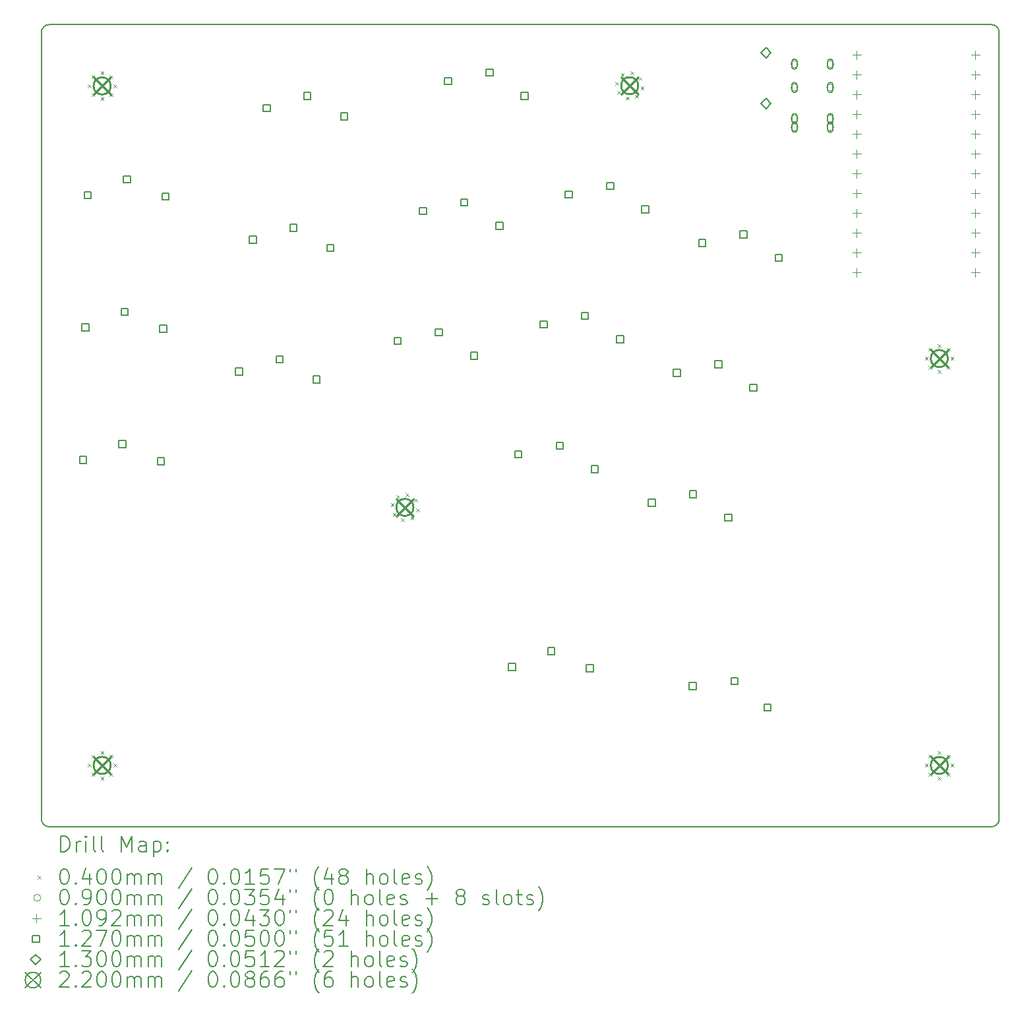
<source format=gbr>
%FSLAX45Y45*%
G04 Gerber Fmt 4.5, Leading zero omitted, Abs format (unit mm)*
G04 Created by KiCad (PCBNEW (6.0.2)) date 2022-04-07 21:27:43*
%MOMM*%
%LPD*%
G01*
G04 APERTURE LIST*
%TA.AperFunction,Profile*%
%ADD10C,0.150000*%
%TD*%
%ADD11C,0.200000*%
%ADD12C,0.040000*%
%ADD13C,0.090000*%
%ADD14C,0.109220*%
%ADD15C,0.127000*%
%ADD16C,0.130000*%
%ADD17C,0.220000*%
G04 APERTURE END LIST*
D10*
X14489236Y-20497154D02*
G75*
G03*
X14589236Y-20597154I100000J0D01*
G01*
X14589236Y-10297154D02*
G75*
G03*
X14489236Y-10397154I0J-100000D01*
G01*
X26689236Y-10297154D02*
X14589236Y-10297154D01*
X14489236Y-10397154D02*
X14489236Y-20497154D01*
X14589236Y-20597154D02*
X26689236Y-20597154D01*
X26789236Y-10397154D02*
G75*
G03*
X26689236Y-10297154I-100000J0D01*
G01*
X26689236Y-20597154D02*
G75*
G03*
X26789236Y-20497154I0J100000D01*
G01*
X26789236Y-20497154D02*
X26789236Y-10397154D01*
D11*
D12*
X15085026Y-11063673D02*
X15125026Y-11103673D01*
X15125026Y-11063673D02*
X15085026Y-11103673D01*
X15085026Y-19788673D02*
X15125026Y-19828673D01*
X15125026Y-19788673D02*
X15085026Y-19828673D01*
X15133353Y-10947001D02*
X15173353Y-10987001D01*
X15173353Y-10947001D02*
X15133353Y-10987001D01*
X15133353Y-11180346D02*
X15173353Y-11220346D01*
X15173353Y-11180346D02*
X15133353Y-11220346D01*
X15133353Y-19672001D02*
X15173353Y-19712001D01*
X15173353Y-19672001D02*
X15133353Y-19712001D01*
X15133353Y-19905346D02*
X15173353Y-19945346D01*
X15173353Y-19905346D02*
X15133353Y-19945346D01*
X15250026Y-10898673D02*
X15290026Y-10938673D01*
X15290026Y-10898673D02*
X15250026Y-10938673D01*
X15250026Y-11228673D02*
X15290026Y-11268673D01*
X15290026Y-11228673D02*
X15250026Y-11268673D01*
X15250026Y-19623673D02*
X15290026Y-19663673D01*
X15290026Y-19623673D02*
X15250026Y-19663673D01*
X15250026Y-19953673D02*
X15290026Y-19993673D01*
X15290026Y-19953673D02*
X15250026Y-19993673D01*
X15366698Y-10947001D02*
X15406698Y-10987001D01*
X15406698Y-10947001D02*
X15366698Y-10987001D01*
X15366698Y-11180346D02*
X15406698Y-11220346D01*
X15406698Y-11180346D02*
X15366698Y-11220346D01*
X15366698Y-19672001D02*
X15406698Y-19712001D01*
X15406698Y-19672001D02*
X15366698Y-19712001D01*
X15366698Y-19905346D02*
X15406698Y-19945346D01*
X15406698Y-19905346D02*
X15366698Y-19945346D01*
X15415026Y-11063673D02*
X15455026Y-11103673D01*
X15455026Y-11063673D02*
X15415026Y-11103673D01*
X15415026Y-19788673D02*
X15455026Y-19828673D01*
X15455026Y-19788673D02*
X15415026Y-19828673D01*
X18975595Y-16444411D02*
X19015595Y-16484411D01*
X19015595Y-16444411D02*
X18975595Y-16484411D01*
X19000772Y-16568161D02*
X19040772Y-16608161D01*
X19040772Y-16568161D02*
X19000772Y-16608161D01*
X19045297Y-16339103D02*
X19085297Y-16379103D01*
X19085297Y-16339103D02*
X19045297Y-16379103D01*
X19106080Y-16637863D02*
X19146080Y-16677863D01*
X19146080Y-16637863D02*
X19106080Y-16677863D01*
X19169047Y-16313926D02*
X19209047Y-16353926D01*
X19209047Y-16313926D02*
X19169047Y-16353926D01*
X19229830Y-16612686D02*
X19269830Y-16652686D01*
X19269830Y-16612686D02*
X19229830Y-16652686D01*
X19274355Y-16383628D02*
X19314355Y-16423628D01*
X19314355Y-16383628D02*
X19274355Y-16423628D01*
X19299532Y-16507378D02*
X19339532Y-16547378D01*
X19339532Y-16507378D02*
X19299532Y-16547378D01*
X21861937Y-11028988D02*
X21901937Y-11068988D01*
X21901937Y-11028988D02*
X21861937Y-11068988D01*
X21887114Y-11152738D02*
X21927114Y-11192738D01*
X21927114Y-11152738D02*
X21887114Y-11192738D01*
X21931638Y-10923680D02*
X21971638Y-10963680D01*
X21971638Y-10923680D02*
X21931638Y-10963680D01*
X21992422Y-11222440D02*
X22032422Y-11262440D01*
X22032422Y-11222440D02*
X21992422Y-11262440D01*
X22055389Y-10898503D02*
X22095389Y-10938503D01*
X22095389Y-10898503D02*
X22055389Y-10938503D01*
X22116172Y-11197263D02*
X22156172Y-11237263D01*
X22156172Y-11197263D02*
X22116172Y-11237263D01*
X22160696Y-10968205D02*
X22200696Y-11008205D01*
X22200696Y-10968205D02*
X22160696Y-11008205D01*
X22185874Y-11091955D02*
X22225874Y-11131955D01*
X22225874Y-11091955D02*
X22185874Y-11131955D01*
X25835026Y-14563673D02*
X25875026Y-14603673D01*
X25875026Y-14563673D02*
X25835026Y-14603673D01*
X25835026Y-19788673D02*
X25875026Y-19828673D01*
X25875026Y-19788673D02*
X25835026Y-19828673D01*
X25883353Y-14447001D02*
X25923353Y-14487001D01*
X25923353Y-14447001D02*
X25883353Y-14487001D01*
X25883353Y-14680346D02*
X25923353Y-14720346D01*
X25923353Y-14680346D02*
X25883353Y-14720346D01*
X25883353Y-19672001D02*
X25923353Y-19712001D01*
X25923353Y-19672001D02*
X25883353Y-19712001D01*
X25883353Y-19905346D02*
X25923353Y-19945346D01*
X25923353Y-19905346D02*
X25883353Y-19945346D01*
X26000026Y-14398673D02*
X26040026Y-14438673D01*
X26040026Y-14398673D02*
X26000026Y-14438673D01*
X26000026Y-14728673D02*
X26040026Y-14768673D01*
X26040026Y-14728673D02*
X26000026Y-14768673D01*
X26000026Y-19623673D02*
X26040026Y-19663673D01*
X26040026Y-19623673D02*
X26000026Y-19663673D01*
X26000026Y-19953673D02*
X26040026Y-19993673D01*
X26040026Y-19953673D02*
X26000026Y-19993673D01*
X26116698Y-14447001D02*
X26156698Y-14487001D01*
X26156698Y-14447001D02*
X26116698Y-14487001D01*
X26116698Y-14680346D02*
X26156698Y-14720346D01*
X26156698Y-14680346D02*
X26116698Y-14720346D01*
X26116698Y-19672001D02*
X26156698Y-19712001D01*
X26156698Y-19672001D02*
X26116698Y-19712001D01*
X26116698Y-19905346D02*
X26156698Y-19945346D01*
X26156698Y-19905346D02*
X26116698Y-19945346D01*
X26165026Y-14563673D02*
X26205026Y-14603673D01*
X26205026Y-14563673D02*
X26165026Y-14603673D01*
X26165026Y-19788673D02*
X26205026Y-19828673D01*
X26205026Y-19788673D02*
X26165026Y-19828673D01*
D13*
X24205026Y-10803673D02*
G75*
G03*
X24205026Y-10803673I-45000J0D01*
G01*
D11*
X24125026Y-10773673D02*
X24125026Y-10833673D01*
X24195026Y-10773673D02*
X24195026Y-10833673D01*
X24125026Y-10833673D02*
G75*
G03*
X24195026Y-10833673I35000J0D01*
G01*
X24195026Y-10773673D02*
G75*
G03*
X24125026Y-10773673I-35000J0D01*
G01*
D13*
X24205026Y-11103673D02*
G75*
G03*
X24205026Y-11103673I-45000J0D01*
G01*
D11*
X24125026Y-11073673D02*
X24125026Y-11133673D01*
X24195026Y-11073673D02*
X24195026Y-11133673D01*
X24125026Y-11133673D02*
G75*
G03*
X24195026Y-11133673I35000J0D01*
G01*
X24195026Y-11073673D02*
G75*
G03*
X24125026Y-11073673I-35000J0D01*
G01*
D13*
X24205026Y-11503673D02*
G75*
G03*
X24205026Y-11503673I-45000J0D01*
G01*
D11*
X24125026Y-11473673D02*
X24125026Y-11533673D01*
X24195026Y-11473673D02*
X24195026Y-11533673D01*
X24125026Y-11533673D02*
G75*
G03*
X24195026Y-11533673I35000J0D01*
G01*
X24195026Y-11473673D02*
G75*
G03*
X24125026Y-11473673I-35000J0D01*
G01*
D13*
X24205026Y-11613673D02*
G75*
G03*
X24205026Y-11613673I-45000J0D01*
G01*
D11*
X24125026Y-11583673D02*
X24125026Y-11643673D01*
X24195026Y-11583673D02*
X24195026Y-11643673D01*
X24125026Y-11643673D02*
G75*
G03*
X24195026Y-11643673I35000J0D01*
G01*
X24195026Y-11583673D02*
G75*
G03*
X24125026Y-11583673I-35000J0D01*
G01*
D13*
X24665026Y-10803673D02*
G75*
G03*
X24665026Y-10803673I-45000J0D01*
G01*
D11*
X24585026Y-10773673D02*
X24585026Y-10833673D01*
X24655026Y-10773673D02*
X24655026Y-10833673D01*
X24585026Y-10833673D02*
G75*
G03*
X24655026Y-10833673I35000J0D01*
G01*
X24655026Y-10773673D02*
G75*
G03*
X24585026Y-10773673I-35000J0D01*
G01*
D13*
X24665026Y-11103673D02*
G75*
G03*
X24665026Y-11103673I-45000J0D01*
G01*
D11*
X24585026Y-11073673D02*
X24585026Y-11133673D01*
X24655026Y-11073673D02*
X24655026Y-11133673D01*
X24585026Y-11133673D02*
G75*
G03*
X24655026Y-11133673I35000J0D01*
G01*
X24655026Y-11073673D02*
G75*
G03*
X24585026Y-11073673I-35000J0D01*
G01*
D13*
X24665026Y-11503673D02*
G75*
G03*
X24665026Y-11503673I-45000J0D01*
G01*
D11*
X24585026Y-11473673D02*
X24585026Y-11533673D01*
X24655026Y-11473673D02*
X24655026Y-11533673D01*
X24585026Y-11533673D02*
G75*
G03*
X24655026Y-11533673I35000J0D01*
G01*
X24655026Y-11473673D02*
G75*
G03*
X24585026Y-11473673I-35000J0D01*
G01*
D13*
X24665026Y-11613673D02*
G75*
G03*
X24665026Y-11613673I-45000J0D01*
G01*
D11*
X24585026Y-11583673D02*
X24585026Y-11643673D01*
X24655026Y-11583673D02*
X24655026Y-11643673D01*
X24585026Y-11643673D02*
G75*
G03*
X24655026Y-11643673I35000J0D01*
G01*
X24655026Y-11583673D02*
G75*
G03*
X24585026Y-11583673I-35000J0D01*
G01*
D14*
X24958026Y-10632063D02*
X24958026Y-10741283D01*
X24903416Y-10686673D02*
X25012636Y-10686673D01*
X24958026Y-10886063D02*
X24958026Y-10995283D01*
X24903416Y-10940673D02*
X25012636Y-10940673D01*
X24958026Y-11140063D02*
X24958026Y-11249283D01*
X24903416Y-11194673D02*
X25012636Y-11194673D01*
X24958026Y-11394063D02*
X24958026Y-11503283D01*
X24903416Y-11448673D02*
X25012636Y-11448673D01*
X24958026Y-11648063D02*
X24958026Y-11757283D01*
X24903416Y-11702673D02*
X25012636Y-11702673D01*
X24958026Y-11902063D02*
X24958026Y-12011283D01*
X24903416Y-11956673D02*
X25012636Y-11956673D01*
X24958026Y-12156063D02*
X24958026Y-12265283D01*
X24903416Y-12210673D02*
X25012636Y-12210673D01*
X24958026Y-12410063D02*
X24958026Y-12519283D01*
X24903416Y-12464673D02*
X25012636Y-12464673D01*
X24958026Y-12664063D02*
X24958026Y-12773283D01*
X24903416Y-12718673D02*
X25012636Y-12718673D01*
X24958026Y-12918063D02*
X24958026Y-13027283D01*
X24903416Y-12972673D02*
X25012636Y-12972673D01*
X24958026Y-13172063D02*
X24958026Y-13281283D01*
X24903416Y-13226673D02*
X25012636Y-13226673D01*
X24958026Y-13426063D02*
X24958026Y-13535283D01*
X24903416Y-13480673D02*
X25012636Y-13480673D01*
X26482026Y-10632063D02*
X26482026Y-10741283D01*
X26427416Y-10686673D02*
X26536636Y-10686673D01*
X26482026Y-10886063D02*
X26482026Y-10995283D01*
X26427416Y-10940673D02*
X26536636Y-10940673D01*
X26482026Y-11140063D02*
X26482026Y-11249283D01*
X26427416Y-11194673D02*
X26536636Y-11194673D01*
X26482026Y-11394063D02*
X26482026Y-11503283D01*
X26427416Y-11448673D02*
X26536636Y-11448673D01*
X26482026Y-11648063D02*
X26482026Y-11757283D01*
X26427416Y-11702673D02*
X26536636Y-11702673D01*
X26482026Y-11902063D02*
X26482026Y-12011283D01*
X26427416Y-11956673D02*
X26536636Y-11956673D01*
X26482026Y-12156063D02*
X26482026Y-12265283D01*
X26427416Y-12210673D02*
X26536636Y-12210673D01*
X26482026Y-12410063D02*
X26482026Y-12519283D01*
X26427416Y-12464673D02*
X26536636Y-12464673D01*
X26482026Y-12664063D02*
X26482026Y-12773283D01*
X26427416Y-12718673D02*
X26536636Y-12718673D01*
X26482026Y-12918063D02*
X26482026Y-13027283D01*
X26427416Y-12972673D02*
X26536636Y-12972673D01*
X26482026Y-13172063D02*
X26482026Y-13281283D01*
X26427416Y-13226673D02*
X26536636Y-13226673D01*
X26482026Y-13426063D02*
X26482026Y-13535283D01*
X26427416Y-13480673D02*
X26536636Y-13480673D01*
D15*
X15069965Y-15929544D02*
X15069965Y-15839741D01*
X14980161Y-15839741D01*
X14980161Y-15929544D01*
X15069965Y-15929544D01*
X15099634Y-14229803D02*
X15099634Y-14140000D01*
X15009831Y-14140000D01*
X15009831Y-14229803D01*
X15099634Y-14229803D01*
X15129303Y-12530062D02*
X15129303Y-12440259D01*
X15039500Y-12440259D01*
X15039500Y-12530062D01*
X15129303Y-12530062D01*
X15573554Y-15728303D02*
X15573554Y-15638499D01*
X15483750Y-15638499D01*
X15483750Y-15728303D01*
X15573554Y-15728303D01*
X15603223Y-14028562D02*
X15603223Y-13938758D01*
X15513419Y-13938758D01*
X15513419Y-14028562D01*
X15603223Y-14028562D01*
X15632892Y-12328821D02*
X15632892Y-12239017D01*
X15543088Y-12239017D01*
X15543088Y-12328821D01*
X15632892Y-12328821D01*
X16069813Y-15946997D02*
X16069813Y-15857193D01*
X15980009Y-15857193D01*
X15980009Y-15946997D01*
X16069813Y-15946997D01*
X16099482Y-14247256D02*
X16099482Y-14157452D01*
X16009678Y-14157452D01*
X16009678Y-14247256D01*
X16099482Y-14247256D01*
X16129151Y-12547515D02*
X16129151Y-12457711D01*
X16039347Y-12457711D01*
X16039347Y-12547515D01*
X16129151Y-12547515D01*
X17073251Y-14795338D02*
X17073251Y-14705534D01*
X16983448Y-14705534D01*
X16983448Y-14795338D01*
X17073251Y-14795338D01*
X17250950Y-13104650D02*
X17250950Y-13014847D01*
X17161146Y-13014847D01*
X17161146Y-13104650D01*
X17250950Y-13104650D01*
X17428648Y-11413963D02*
X17428648Y-11324160D01*
X17338845Y-11324160D01*
X17338845Y-11413963D01*
X17428648Y-11413963D01*
X17592463Y-14638752D02*
X17592463Y-14548949D01*
X17502660Y-14548949D01*
X17502660Y-14638752D01*
X17592463Y-14638752D01*
X17770162Y-12948065D02*
X17770162Y-12858262D01*
X17680358Y-12858262D01*
X17680358Y-12948065D01*
X17770162Y-12948065D01*
X17947860Y-11257378D02*
X17947860Y-11167575D01*
X17858057Y-11167575D01*
X17858057Y-11257378D01*
X17947860Y-11257378D01*
X18067773Y-14899866D02*
X18067773Y-14810063D01*
X17977970Y-14810063D01*
X17977970Y-14899866D01*
X18067773Y-14899866D01*
X18245472Y-13209179D02*
X18245472Y-13119376D01*
X18155668Y-13119376D01*
X18155668Y-13209179D01*
X18245472Y-13209179D01*
X18423170Y-11518492D02*
X18423170Y-11428688D01*
X18333367Y-11428688D01*
X18333367Y-11518492D01*
X18423170Y-11518492D01*
X19108534Y-14403607D02*
X19108534Y-14313804D01*
X19018731Y-14313804D01*
X19018731Y-14403607D01*
X19108534Y-14403607D01*
X19432910Y-12734841D02*
X19432910Y-12645038D01*
X19343106Y-12645038D01*
X19343106Y-12734841D01*
X19432910Y-12734841D01*
X19639418Y-14292870D02*
X19639418Y-14203067D01*
X19549614Y-14203067D01*
X19549614Y-14292870D01*
X19639418Y-14292870D01*
X19757285Y-11066075D02*
X19757285Y-10976272D01*
X19667481Y-10976272D01*
X19667481Y-11066075D01*
X19757285Y-11066075D01*
X19963793Y-12624104D02*
X19963793Y-12534300D01*
X19873990Y-12534300D01*
X19873990Y-12624104D01*
X19963793Y-12624104D01*
X20090161Y-14594416D02*
X20090161Y-14504613D01*
X20000358Y-14504613D01*
X20000358Y-14594416D01*
X20090161Y-14594416D01*
X20288168Y-10955338D02*
X20288168Y-10865534D01*
X20198365Y-10865534D01*
X20198365Y-10955338D01*
X20288168Y-10955338D01*
X20414537Y-12925650D02*
X20414537Y-12835847D01*
X20324733Y-12835847D01*
X20324733Y-12925650D01*
X20414537Y-12925650D01*
X20578938Y-18586964D02*
X20578938Y-18497161D01*
X20489134Y-18497161D01*
X20489134Y-18586964D01*
X20578938Y-18586964D01*
X20659213Y-15859574D02*
X20659213Y-15769771D01*
X20569410Y-15769771D01*
X20569410Y-15859574D01*
X20659213Y-15859574D01*
X20738912Y-11256884D02*
X20738912Y-11167081D01*
X20649109Y-11167081D01*
X20649109Y-11256884D01*
X20738912Y-11256884D01*
X20983588Y-14190808D02*
X20983588Y-14101005D01*
X20893785Y-14101005D01*
X20893785Y-14190808D01*
X20983588Y-14190808D01*
X21082526Y-18385722D02*
X21082526Y-18295919D01*
X20992723Y-18295919D01*
X20992723Y-18385722D01*
X21082526Y-18385722D01*
X21190097Y-15748837D02*
X21190097Y-15659034D01*
X21100293Y-15659034D01*
X21100293Y-15748837D01*
X21190097Y-15748837D01*
X21307964Y-12522042D02*
X21307964Y-12432238D01*
X21218160Y-12432238D01*
X21218160Y-12522042D01*
X21307964Y-12522042D01*
X21514472Y-14080071D02*
X21514472Y-13990267D01*
X21424668Y-13990267D01*
X21424668Y-14080071D01*
X21514472Y-14080071D01*
X21578785Y-18604416D02*
X21578785Y-18514613D01*
X21488982Y-18514613D01*
X21488982Y-18604416D01*
X21578785Y-18604416D01*
X21640840Y-16050383D02*
X21640840Y-15960580D01*
X21551037Y-15960580D01*
X21551037Y-16050383D01*
X21640840Y-16050383D01*
X21838847Y-12411305D02*
X21838847Y-12321501D01*
X21749044Y-12321501D01*
X21749044Y-12411305D01*
X21838847Y-12411305D01*
X21965216Y-14381617D02*
X21965216Y-14291814D01*
X21875412Y-14291814D01*
X21875412Y-14381617D01*
X21965216Y-14381617D01*
X22289591Y-12712851D02*
X22289591Y-12623047D01*
X22199787Y-12623047D01*
X22199787Y-12712851D01*
X22289591Y-12712851D01*
X22372079Y-16481158D02*
X22372079Y-16391355D01*
X22282276Y-16391355D01*
X22282276Y-16481158D01*
X22372079Y-16481158D01*
X22696455Y-14812392D02*
X22696455Y-14722589D01*
X22606651Y-14722589D01*
X22606651Y-14812392D01*
X22696455Y-14812392D01*
X22898049Y-18834323D02*
X22898049Y-18744520D01*
X22808246Y-18744520D01*
X22808246Y-18834323D01*
X22898049Y-18834323D01*
X22902963Y-16370421D02*
X22902963Y-16280618D01*
X22813159Y-16280618D01*
X22813159Y-16370421D01*
X22902963Y-16370421D01*
X23020830Y-13143626D02*
X23020830Y-13053822D01*
X22931026Y-13053822D01*
X22931026Y-13143626D01*
X23020830Y-13143626D01*
X23227338Y-14701655D02*
X23227338Y-14611851D01*
X23137535Y-14611851D01*
X23137535Y-14701655D01*
X23227338Y-14701655D01*
X23353707Y-16671967D02*
X23353707Y-16582164D01*
X23263903Y-16582164D01*
X23263903Y-16671967D01*
X23353707Y-16671967D01*
X23436564Y-18770277D02*
X23436564Y-18680473D01*
X23346760Y-18680473D01*
X23346760Y-18770277D01*
X23436564Y-18770277D01*
X23551713Y-13032889D02*
X23551713Y-12943085D01*
X23461910Y-12943085D01*
X23461910Y-13032889D01*
X23551713Y-13032889D01*
X23678082Y-15003201D02*
X23678082Y-14913398D01*
X23588278Y-14913398D01*
X23588278Y-15003201D01*
X23678082Y-15003201D01*
X23859311Y-19109960D02*
X23859311Y-19020157D01*
X23769507Y-19020157D01*
X23769507Y-19109960D01*
X23859311Y-19109960D01*
X24002457Y-13334435D02*
X24002457Y-13244631D01*
X23912654Y-13244631D01*
X23912654Y-13334435D01*
X24002457Y-13334435D01*
D16*
X23795026Y-10723673D02*
X23860026Y-10658673D01*
X23795026Y-10593673D01*
X23730026Y-10658673D01*
X23795026Y-10723673D01*
X23795026Y-11373673D02*
X23860026Y-11308673D01*
X23795026Y-11243673D01*
X23730026Y-11308673D01*
X23795026Y-11373673D01*
D17*
X15160026Y-10973673D02*
X15380026Y-11193673D01*
X15380026Y-10973673D02*
X15160026Y-11193673D01*
X15380026Y-11083673D02*
G75*
G03*
X15380026Y-11083673I-110000J0D01*
G01*
X15160026Y-19698673D02*
X15380026Y-19918673D01*
X15380026Y-19698673D02*
X15160026Y-19918673D01*
X15380026Y-19808673D02*
G75*
G03*
X15380026Y-19808673I-110000J0D01*
G01*
X19047563Y-16385895D02*
X19267563Y-16605895D01*
X19267563Y-16385895D02*
X19047563Y-16605895D01*
X19267563Y-16495895D02*
G75*
G03*
X19267563Y-16495895I-110000J0D01*
G01*
X21933905Y-10970471D02*
X22153905Y-11190471D01*
X22153905Y-10970471D02*
X21933905Y-11190471D01*
X22153905Y-11080471D02*
G75*
G03*
X22153905Y-11080471I-110000J0D01*
G01*
X25910026Y-14473673D02*
X26130026Y-14693673D01*
X26130026Y-14473673D02*
X25910026Y-14693673D01*
X26130026Y-14583673D02*
G75*
G03*
X26130026Y-14583673I-110000J0D01*
G01*
X25910026Y-19698673D02*
X26130026Y-19918673D01*
X26130026Y-19698673D02*
X25910026Y-19918673D01*
X26130026Y-19808673D02*
G75*
G03*
X26130026Y-19808673I-110000J0D01*
G01*
D11*
X14739355Y-20915130D02*
X14739355Y-20715130D01*
X14786974Y-20715130D01*
X14815545Y-20724654D01*
X14834593Y-20743702D01*
X14844117Y-20762749D01*
X14853641Y-20800845D01*
X14853641Y-20829416D01*
X14844117Y-20867511D01*
X14834593Y-20886559D01*
X14815545Y-20905606D01*
X14786974Y-20915130D01*
X14739355Y-20915130D01*
X14939355Y-20915130D02*
X14939355Y-20781797D01*
X14939355Y-20819892D02*
X14948879Y-20800845D01*
X14958402Y-20791321D01*
X14977450Y-20781797D01*
X14996498Y-20781797D01*
X15063164Y-20915130D02*
X15063164Y-20781797D01*
X15063164Y-20715130D02*
X15053641Y-20724654D01*
X15063164Y-20734178D01*
X15072688Y-20724654D01*
X15063164Y-20715130D01*
X15063164Y-20734178D01*
X15186974Y-20915130D02*
X15167926Y-20905606D01*
X15158402Y-20886559D01*
X15158402Y-20715130D01*
X15291736Y-20915130D02*
X15272688Y-20905606D01*
X15263164Y-20886559D01*
X15263164Y-20715130D01*
X15520307Y-20915130D02*
X15520307Y-20715130D01*
X15586974Y-20857987D01*
X15653641Y-20715130D01*
X15653641Y-20915130D01*
X15834593Y-20915130D02*
X15834593Y-20810368D01*
X15825069Y-20791321D01*
X15806022Y-20781797D01*
X15767926Y-20781797D01*
X15748879Y-20791321D01*
X15834593Y-20905606D02*
X15815545Y-20915130D01*
X15767926Y-20915130D01*
X15748879Y-20905606D01*
X15739355Y-20886559D01*
X15739355Y-20867511D01*
X15748879Y-20848464D01*
X15767926Y-20838940D01*
X15815545Y-20838940D01*
X15834593Y-20829416D01*
X15929831Y-20781797D02*
X15929831Y-20981797D01*
X15929831Y-20791321D02*
X15948879Y-20781797D01*
X15986974Y-20781797D01*
X16006022Y-20791321D01*
X16015545Y-20800845D01*
X16025069Y-20819892D01*
X16025069Y-20877035D01*
X16015545Y-20896083D01*
X16006022Y-20905606D01*
X15986974Y-20915130D01*
X15948879Y-20915130D01*
X15929831Y-20905606D01*
X16110783Y-20896083D02*
X16120307Y-20905606D01*
X16110783Y-20915130D01*
X16101260Y-20905606D01*
X16110783Y-20896083D01*
X16110783Y-20915130D01*
X16110783Y-20791321D02*
X16120307Y-20800845D01*
X16110783Y-20810368D01*
X16101260Y-20800845D01*
X16110783Y-20791321D01*
X16110783Y-20810368D01*
D12*
X14441736Y-21224654D02*
X14481736Y-21264654D01*
X14481736Y-21224654D02*
X14441736Y-21264654D01*
D11*
X14777450Y-21135130D02*
X14796498Y-21135130D01*
X14815545Y-21144654D01*
X14825069Y-21154178D01*
X14834593Y-21173226D01*
X14844117Y-21211321D01*
X14844117Y-21258940D01*
X14834593Y-21297035D01*
X14825069Y-21316083D01*
X14815545Y-21325606D01*
X14796498Y-21335130D01*
X14777450Y-21335130D01*
X14758402Y-21325606D01*
X14748879Y-21316083D01*
X14739355Y-21297035D01*
X14729831Y-21258940D01*
X14729831Y-21211321D01*
X14739355Y-21173226D01*
X14748879Y-21154178D01*
X14758402Y-21144654D01*
X14777450Y-21135130D01*
X14929831Y-21316083D02*
X14939355Y-21325606D01*
X14929831Y-21335130D01*
X14920307Y-21325606D01*
X14929831Y-21316083D01*
X14929831Y-21335130D01*
X15110783Y-21201797D02*
X15110783Y-21335130D01*
X15063164Y-21125606D02*
X15015545Y-21268464D01*
X15139355Y-21268464D01*
X15253641Y-21135130D02*
X15272688Y-21135130D01*
X15291736Y-21144654D01*
X15301260Y-21154178D01*
X15310783Y-21173226D01*
X15320307Y-21211321D01*
X15320307Y-21258940D01*
X15310783Y-21297035D01*
X15301260Y-21316083D01*
X15291736Y-21325606D01*
X15272688Y-21335130D01*
X15253641Y-21335130D01*
X15234593Y-21325606D01*
X15225069Y-21316083D01*
X15215545Y-21297035D01*
X15206022Y-21258940D01*
X15206022Y-21211321D01*
X15215545Y-21173226D01*
X15225069Y-21154178D01*
X15234593Y-21144654D01*
X15253641Y-21135130D01*
X15444117Y-21135130D02*
X15463164Y-21135130D01*
X15482212Y-21144654D01*
X15491736Y-21154178D01*
X15501260Y-21173226D01*
X15510783Y-21211321D01*
X15510783Y-21258940D01*
X15501260Y-21297035D01*
X15491736Y-21316083D01*
X15482212Y-21325606D01*
X15463164Y-21335130D01*
X15444117Y-21335130D01*
X15425069Y-21325606D01*
X15415545Y-21316083D01*
X15406022Y-21297035D01*
X15396498Y-21258940D01*
X15396498Y-21211321D01*
X15406022Y-21173226D01*
X15415545Y-21154178D01*
X15425069Y-21144654D01*
X15444117Y-21135130D01*
X15596498Y-21335130D02*
X15596498Y-21201797D01*
X15596498Y-21220845D02*
X15606022Y-21211321D01*
X15625069Y-21201797D01*
X15653641Y-21201797D01*
X15672688Y-21211321D01*
X15682212Y-21230368D01*
X15682212Y-21335130D01*
X15682212Y-21230368D02*
X15691736Y-21211321D01*
X15710783Y-21201797D01*
X15739355Y-21201797D01*
X15758402Y-21211321D01*
X15767926Y-21230368D01*
X15767926Y-21335130D01*
X15863164Y-21335130D02*
X15863164Y-21201797D01*
X15863164Y-21220845D02*
X15872688Y-21211321D01*
X15891736Y-21201797D01*
X15920307Y-21201797D01*
X15939355Y-21211321D01*
X15948879Y-21230368D01*
X15948879Y-21335130D01*
X15948879Y-21230368D02*
X15958402Y-21211321D01*
X15977450Y-21201797D01*
X16006022Y-21201797D01*
X16025069Y-21211321D01*
X16034593Y-21230368D01*
X16034593Y-21335130D01*
X16425069Y-21125606D02*
X16253641Y-21382749D01*
X16682212Y-21135130D02*
X16701260Y-21135130D01*
X16720307Y-21144654D01*
X16729831Y-21154178D01*
X16739355Y-21173226D01*
X16748879Y-21211321D01*
X16748879Y-21258940D01*
X16739355Y-21297035D01*
X16729831Y-21316083D01*
X16720307Y-21325606D01*
X16701260Y-21335130D01*
X16682212Y-21335130D01*
X16663164Y-21325606D01*
X16653641Y-21316083D01*
X16644117Y-21297035D01*
X16634593Y-21258940D01*
X16634593Y-21211321D01*
X16644117Y-21173226D01*
X16653641Y-21154178D01*
X16663164Y-21144654D01*
X16682212Y-21135130D01*
X16834593Y-21316083D02*
X16844117Y-21325606D01*
X16834593Y-21335130D01*
X16825069Y-21325606D01*
X16834593Y-21316083D01*
X16834593Y-21335130D01*
X16967926Y-21135130D02*
X16986974Y-21135130D01*
X17006022Y-21144654D01*
X17015545Y-21154178D01*
X17025069Y-21173226D01*
X17034593Y-21211321D01*
X17034593Y-21258940D01*
X17025069Y-21297035D01*
X17015545Y-21316083D01*
X17006022Y-21325606D01*
X16986974Y-21335130D01*
X16967926Y-21335130D01*
X16948879Y-21325606D01*
X16939355Y-21316083D01*
X16929831Y-21297035D01*
X16920307Y-21258940D01*
X16920307Y-21211321D01*
X16929831Y-21173226D01*
X16939355Y-21154178D01*
X16948879Y-21144654D01*
X16967926Y-21135130D01*
X17225069Y-21335130D02*
X17110784Y-21335130D01*
X17167926Y-21335130D02*
X17167926Y-21135130D01*
X17148879Y-21163702D01*
X17129831Y-21182749D01*
X17110784Y-21192273D01*
X17406022Y-21135130D02*
X17310784Y-21135130D01*
X17301260Y-21230368D01*
X17310784Y-21220845D01*
X17329831Y-21211321D01*
X17377450Y-21211321D01*
X17396498Y-21220845D01*
X17406022Y-21230368D01*
X17415545Y-21249416D01*
X17415545Y-21297035D01*
X17406022Y-21316083D01*
X17396498Y-21325606D01*
X17377450Y-21335130D01*
X17329831Y-21335130D01*
X17310784Y-21325606D01*
X17301260Y-21316083D01*
X17482212Y-21135130D02*
X17615545Y-21135130D01*
X17529831Y-21335130D01*
X17682212Y-21135130D02*
X17682212Y-21173226D01*
X17758403Y-21135130D02*
X17758403Y-21173226D01*
X18053641Y-21411321D02*
X18044117Y-21401797D01*
X18025069Y-21373226D01*
X18015545Y-21354178D01*
X18006022Y-21325606D01*
X17996498Y-21277987D01*
X17996498Y-21239892D01*
X18006022Y-21192273D01*
X18015545Y-21163702D01*
X18025069Y-21144654D01*
X18044117Y-21116083D01*
X18053641Y-21106559D01*
X18215545Y-21201797D02*
X18215545Y-21335130D01*
X18167926Y-21125606D02*
X18120307Y-21268464D01*
X18244117Y-21268464D01*
X18348879Y-21220845D02*
X18329831Y-21211321D01*
X18320307Y-21201797D01*
X18310784Y-21182749D01*
X18310784Y-21173226D01*
X18320307Y-21154178D01*
X18329831Y-21144654D01*
X18348879Y-21135130D01*
X18386974Y-21135130D01*
X18406022Y-21144654D01*
X18415545Y-21154178D01*
X18425069Y-21173226D01*
X18425069Y-21182749D01*
X18415545Y-21201797D01*
X18406022Y-21211321D01*
X18386974Y-21220845D01*
X18348879Y-21220845D01*
X18329831Y-21230368D01*
X18320307Y-21239892D01*
X18310784Y-21258940D01*
X18310784Y-21297035D01*
X18320307Y-21316083D01*
X18329831Y-21325606D01*
X18348879Y-21335130D01*
X18386974Y-21335130D01*
X18406022Y-21325606D01*
X18415545Y-21316083D01*
X18425069Y-21297035D01*
X18425069Y-21258940D01*
X18415545Y-21239892D01*
X18406022Y-21230368D01*
X18386974Y-21220845D01*
X18663164Y-21335130D02*
X18663164Y-21135130D01*
X18748879Y-21335130D02*
X18748879Y-21230368D01*
X18739355Y-21211321D01*
X18720307Y-21201797D01*
X18691736Y-21201797D01*
X18672688Y-21211321D01*
X18663164Y-21220845D01*
X18872688Y-21335130D02*
X18853641Y-21325606D01*
X18844117Y-21316083D01*
X18834593Y-21297035D01*
X18834593Y-21239892D01*
X18844117Y-21220845D01*
X18853641Y-21211321D01*
X18872688Y-21201797D01*
X18901260Y-21201797D01*
X18920307Y-21211321D01*
X18929831Y-21220845D01*
X18939355Y-21239892D01*
X18939355Y-21297035D01*
X18929831Y-21316083D01*
X18920307Y-21325606D01*
X18901260Y-21335130D01*
X18872688Y-21335130D01*
X19053641Y-21335130D02*
X19034593Y-21325606D01*
X19025069Y-21306559D01*
X19025069Y-21135130D01*
X19206022Y-21325606D02*
X19186974Y-21335130D01*
X19148879Y-21335130D01*
X19129831Y-21325606D01*
X19120307Y-21306559D01*
X19120307Y-21230368D01*
X19129831Y-21211321D01*
X19148879Y-21201797D01*
X19186974Y-21201797D01*
X19206022Y-21211321D01*
X19215545Y-21230368D01*
X19215545Y-21249416D01*
X19120307Y-21268464D01*
X19291736Y-21325606D02*
X19310784Y-21335130D01*
X19348879Y-21335130D01*
X19367926Y-21325606D01*
X19377450Y-21306559D01*
X19377450Y-21297035D01*
X19367926Y-21277987D01*
X19348879Y-21268464D01*
X19320307Y-21268464D01*
X19301260Y-21258940D01*
X19291736Y-21239892D01*
X19291736Y-21230368D01*
X19301260Y-21211321D01*
X19320307Y-21201797D01*
X19348879Y-21201797D01*
X19367926Y-21211321D01*
X19444117Y-21411321D02*
X19453641Y-21401797D01*
X19472688Y-21373226D01*
X19482212Y-21354178D01*
X19491736Y-21325606D01*
X19501260Y-21277987D01*
X19501260Y-21239892D01*
X19491736Y-21192273D01*
X19482212Y-21163702D01*
X19472688Y-21144654D01*
X19453641Y-21116083D01*
X19444117Y-21106559D01*
D13*
X14481736Y-21508654D02*
G75*
G03*
X14481736Y-21508654I-45000J0D01*
G01*
D11*
X14777450Y-21399130D02*
X14796498Y-21399130D01*
X14815545Y-21408654D01*
X14825069Y-21418178D01*
X14834593Y-21437226D01*
X14844117Y-21475321D01*
X14844117Y-21522940D01*
X14834593Y-21561035D01*
X14825069Y-21580083D01*
X14815545Y-21589606D01*
X14796498Y-21599130D01*
X14777450Y-21599130D01*
X14758402Y-21589606D01*
X14748879Y-21580083D01*
X14739355Y-21561035D01*
X14729831Y-21522940D01*
X14729831Y-21475321D01*
X14739355Y-21437226D01*
X14748879Y-21418178D01*
X14758402Y-21408654D01*
X14777450Y-21399130D01*
X14929831Y-21580083D02*
X14939355Y-21589606D01*
X14929831Y-21599130D01*
X14920307Y-21589606D01*
X14929831Y-21580083D01*
X14929831Y-21599130D01*
X15034593Y-21599130D02*
X15072688Y-21599130D01*
X15091736Y-21589606D01*
X15101260Y-21580083D01*
X15120307Y-21551511D01*
X15129831Y-21513416D01*
X15129831Y-21437226D01*
X15120307Y-21418178D01*
X15110783Y-21408654D01*
X15091736Y-21399130D01*
X15053641Y-21399130D01*
X15034593Y-21408654D01*
X15025069Y-21418178D01*
X15015545Y-21437226D01*
X15015545Y-21484845D01*
X15025069Y-21503892D01*
X15034593Y-21513416D01*
X15053641Y-21522940D01*
X15091736Y-21522940D01*
X15110783Y-21513416D01*
X15120307Y-21503892D01*
X15129831Y-21484845D01*
X15253641Y-21399130D02*
X15272688Y-21399130D01*
X15291736Y-21408654D01*
X15301260Y-21418178D01*
X15310783Y-21437226D01*
X15320307Y-21475321D01*
X15320307Y-21522940D01*
X15310783Y-21561035D01*
X15301260Y-21580083D01*
X15291736Y-21589606D01*
X15272688Y-21599130D01*
X15253641Y-21599130D01*
X15234593Y-21589606D01*
X15225069Y-21580083D01*
X15215545Y-21561035D01*
X15206022Y-21522940D01*
X15206022Y-21475321D01*
X15215545Y-21437226D01*
X15225069Y-21418178D01*
X15234593Y-21408654D01*
X15253641Y-21399130D01*
X15444117Y-21399130D02*
X15463164Y-21399130D01*
X15482212Y-21408654D01*
X15491736Y-21418178D01*
X15501260Y-21437226D01*
X15510783Y-21475321D01*
X15510783Y-21522940D01*
X15501260Y-21561035D01*
X15491736Y-21580083D01*
X15482212Y-21589606D01*
X15463164Y-21599130D01*
X15444117Y-21599130D01*
X15425069Y-21589606D01*
X15415545Y-21580083D01*
X15406022Y-21561035D01*
X15396498Y-21522940D01*
X15396498Y-21475321D01*
X15406022Y-21437226D01*
X15415545Y-21418178D01*
X15425069Y-21408654D01*
X15444117Y-21399130D01*
X15596498Y-21599130D02*
X15596498Y-21465797D01*
X15596498Y-21484845D02*
X15606022Y-21475321D01*
X15625069Y-21465797D01*
X15653641Y-21465797D01*
X15672688Y-21475321D01*
X15682212Y-21494368D01*
X15682212Y-21599130D01*
X15682212Y-21494368D02*
X15691736Y-21475321D01*
X15710783Y-21465797D01*
X15739355Y-21465797D01*
X15758402Y-21475321D01*
X15767926Y-21494368D01*
X15767926Y-21599130D01*
X15863164Y-21599130D02*
X15863164Y-21465797D01*
X15863164Y-21484845D02*
X15872688Y-21475321D01*
X15891736Y-21465797D01*
X15920307Y-21465797D01*
X15939355Y-21475321D01*
X15948879Y-21494368D01*
X15948879Y-21599130D01*
X15948879Y-21494368D02*
X15958402Y-21475321D01*
X15977450Y-21465797D01*
X16006022Y-21465797D01*
X16025069Y-21475321D01*
X16034593Y-21494368D01*
X16034593Y-21599130D01*
X16425069Y-21389606D02*
X16253641Y-21646749D01*
X16682212Y-21399130D02*
X16701260Y-21399130D01*
X16720307Y-21408654D01*
X16729831Y-21418178D01*
X16739355Y-21437226D01*
X16748879Y-21475321D01*
X16748879Y-21522940D01*
X16739355Y-21561035D01*
X16729831Y-21580083D01*
X16720307Y-21589606D01*
X16701260Y-21599130D01*
X16682212Y-21599130D01*
X16663164Y-21589606D01*
X16653641Y-21580083D01*
X16644117Y-21561035D01*
X16634593Y-21522940D01*
X16634593Y-21475321D01*
X16644117Y-21437226D01*
X16653641Y-21418178D01*
X16663164Y-21408654D01*
X16682212Y-21399130D01*
X16834593Y-21580083D02*
X16844117Y-21589606D01*
X16834593Y-21599130D01*
X16825069Y-21589606D01*
X16834593Y-21580083D01*
X16834593Y-21599130D01*
X16967926Y-21399130D02*
X16986974Y-21399130D01*
X17006022Y-21408654D01*
X17015545Y-21418178D01*
X17025069Y-21437226D01*
X17034593Y-21475321D01*
X17034593Y-21522940D01*
X17025069Y-21561035D01*
X17015545Y-21580083D01*
X17006022Y-21589606D01*
X16986974Y-21599130D01*
X16967926Y-21599130D01*
X16948879Y-21589606D01*
X16939355Y-21580083D01*
X16929831Y-21561035D01*
X16920307Y-21522940D01*
X16920307Y-21475321D01*
X16929831Y-21437226D01*
X16939355Y-21418178D01*
X16948879Y-21408654D01*
X16967926Y-21399130D01*
X17101260Y-21399130D02*
X17225069Y-21399130D01*
X17158403Y-21475321D01*
X17186974Y-21475321D01*
X17206022Y-21484845D01*
X17215545Y-21494368D01*
X17225069Y-21513416D01*
X17225069Y-21561035D01*
X17215545Y-21580083D01*
X17206022Y-21589606D01*
X17186974Y-21599130D01*
X17129831Y-21599130D01*
X17110784Y-21589606D01*
X17101260Y-21580083D01*
X17406022Y-21399130D02*
X17310784Y-21399130D01*
X17301260Y-21494368D01*
X17310784Y-21484845D01*
X17329831Y-21475321D01*
X17377450Y-21475321D01*
X17396498Y-21484845D01*
X17406022Y-21494368D01*
X17415545Y-21513416D01*
X17415545Y-21561035D01*
X17406022Y-21580083D01*
X17396498Y-21589606D01*
X17377450Y-21599130D01*
X17329831Y-21599130D01*
X17310784Y-21589606D01*
X17301260Y-21580083D01*
X17586974Y-21465797D02*
X17586974Y-21599130D01*
X17539355Y-21389606D02*
X17491736Y-21532464D01*
X17615545Y-21532464D01*
X17682212Y-21399130D02*
X17682212Y-21437226D01*
X17758403Y-21399130D02*
X17758403Y-21437226D01*
X18053641Y-21675321D02*
X18044117Y-21665797D01*
X18025069Y-21637226D01*
X18015545Y-21618178D01*
X18006022Y-21589606D01*
X17996498Y-21541987D01*
X17996498Y-21503892D01*
X18006022Y-21456273D01*
X18015545Y-21427702D01*
X18025069Y-21408654D01*
X18044117Y-21380083D01*
X18053641Y-21370559D01*
X18167926Y-21399130D02*
X18186974Y-21399130D01*
X18206022Y-21408654D01*
X18215545Y-21418178D01*
X18225069Y-21437226D01*
X18234593Y-21475321D01*
X18234593Y-21522940D01*
X18225069Y-21561035D01*
X18215545Y-21580083D01*
X18206022Y-21589606D01*
X18186974Y-21599130D01*
X18167926Y-21599130D01*
X18148879Y-21589606D01*
X18139355Y-21580083D01*
X18129831Y-21561035D01*
X18120307Y-21522940D01*
X18120307Y-21475321D01*
X18129831Y-21437226D01*
X18139355Y-21418178D01*
X18148879Y-21408654D01*
X18167926Y-21399130D01*
X18472688Y-21599130D02*
X18472688Y-21399130D01*
X18558403Y-21599130D02*
X18558403Y-21494368D01*
X18548879Y-21475321D01*
X18529831Y-21465797D01*
X18501260Y-21465797D01*
X18482212Y-21475321D01*
X18472688Y-21484845D01*
X18682212Y-21599130D02*
X18663164Y-21589606D01*
X18653641Y-21580083D01*
X18644117Y-21561035D01*
X18644117Y-21503892D01*
X18653641Y-21484845D01*
X18663164Y-21475321D01*
X18682212Y-21465797D01*
X18710784Y-21465797D01*
X18729831Y-21475321D01*
X18739355Y-21484845D01*
X18748879Y-21503892D01*
X18748879Y-21561035D01*
X18739355Y-21580083D01*
X18729831Y-21589606D01*
X18710784Y-21599130D01*
X18682212Y-21599130D01*
X18863164Y-21599130D02*
X18844117Y-21589606D01*
X18834593Y-21570559D01*
X18834593Y-21399130D01*
X19015545Y-21589606D02*
X18996498Y-21599130D01*
X18958403Y-21599130D01*
X18939355Y-21589606D01*
X18929831Y-21570559D01*
X18929831Y-21494368D01*
X18939355Y-21475321D01*
X18958403Y-21465797D01*
X18996498Y-21465797D01*
X19015545Y-21475321D01*
X19025069Y-21494368D01*
X19025069Y-21513416D01*
X18929831Y-21532464D01*
X19101260Y-21589606D02*
X19120307Y-21599130D01*
X19158403Y-21599130D01*
X19177450Y-21589606D01*
X19186974Y-21570559D01*
X19186974Y-21561035D01*
X19177450Y-21541987D01*
X19158403Y-21532464D01*
X19129831Y-21532464D01*
X19110784Y-21522940D01*
X19101260Y-21503892D01*
X19101260Y-21494368D01*
X19110784Y-21475321D01*
X19129831Y-21465797D01*
X19158403Y-21465797D01*
X19177450Y-21475321D01*
X19425069Y-21522940D02*
X19577450Y-21522940D01*
X19501260Y-21599130D02*
X19501260Y-21446749D01*
X19853641Y-21484845D02*
X19834593Y-21475321D01*
X19825069Y-21465797D01*
X19815545Y-21446749D01*
X19815545Y-21437226D01*
X19825069Y-21418178D01*
X19834593Y-21408654D01*
X19853641Y-21399130D01*
X19891736Y-21399130D01*
X19910784Y-21408654D01*
X19920307Y-21418178D01*
X19929831Y-21437226D01*
X19929831Y-21446749D01*
X19920307Y-21465797D01*
X19910784Y-21475321D01*
X19891736Y-21484845D01*
X19853641Y-21484845D01*
X19834593Y-21494368D01*
X19825069Y-21503892D01*
X19815545Y-21522940D01*
X19815545Y-21561035D01*
X19825069Y-21580083D01*
X19834593Y-21589606D01*
X19853641Y-21599130D01*
X19891736Y-21599130D01*
X19910784Y-21589606D01*
X19920307Y-21580083D01*
X19929831Y-21561035D01*
X19929831Y-21522940D01*
X19920307Y-21503892D01*
X19910784Y-21494368D01*
X19891736Y-21484845D01*
X20158403Y-21589606D02*
X20177450Y-21599130D01*
X20215545Y-21599130D01*
X20234593Y-21589606D01*
X20244117Y-21570559D01*
X20244117Y-21561035D01*
X20234593Y-21541987D01*
X20215545Y-21532464D01*
X20186974Y-21532464D01*
X20167926Y-21522940D01*
X20158403Y-21503892D01*
X20158403Y-21494368D01*
X20167926Y-21475321D01*
X20186974Y-21465797D01*
X20215545Y-21465797D01*
X20234593Y-21475321D01*
X20358403Y-21599130D02*
X20339355Y-21589606D01*
X20329831Y-21570559D01*
X20329831Y-21399130D01*
X20463164Y-21599130D02*
X20444117Y-21589606D01*
X20434593Y-21580083D01*
X20425069Y-21561035D01*
X20425069Y-21503892D01*
X20434593Y-21484845D01*
X20444117Y-21475321D01*
X20463164Y-21465797D01*
X20491736Y-21465797D01*
X20510784Y-21475321D01*
X20520307Y-21484845D01*
X20529831Y-21503892D01*
X20529831Y-21561035D01*
X20520307Y-21580083D01*
X20510784Y-21589606D01*
X20491736Y-21599130D01*
X20463164Y-21599130D01*
X20586974Y-21465797D02*
X20663164Y-21465797D01*
X20615545Y-21399130D02*
X20615545Y-21570559D01*
X20625069Y-21589606D01*
X20644117Y-21599130D01*
X20663164Y-21599130D01*
X20720307Y-21589606D02*
X20739355Y-21599130D01*
X20777450Y-21599130D01*
X20796498Y-21589606D01*
X20806022Y-21570559D01*
X20806022Y-21561035D01*
X20796498Y-21541987D01*
X20777450Y-21532464D01*
X20748879Y-21532464D01*
X20729831Y-21522940D01*
X20720307Y-21503892D01*
X20720307Y-21494368D01*
X20729831Y-21475321D01*
X20748879Y-21465797D01*
X20777450Y-21465797D01*
X20796498Y-21475321D01*
X20872688Y-21675321D02*
X20882212Y-21665797D01*
X20901260Y-21637226D01*
X20910784Y-21618178D01*
X20920307Y-21589606D01*
X20929831Y-21541987D01*
X20929831Y-21503892D01*
X20920307Y-21456273D01*
X20910784Y-21427702D01*
X20901260Y-21408654D01*
X20882212Y-21380083D01*
X20872688Y-21370559D01*
D14*
X14427126Y-21718044D02*
X14427126Y-21827264D01*
X14372516Y-21772654D02*
X14481736Y-21772654D01*
D11*
X14844117Y-21863130D02*
X14729831Y-21863130D01*
X14786974Y-21863130D02*
X14786974Y-21663130D01*
X14767926Y-21691702D01*
X14748879Y-21710749D01*
X14729831Y-21720273D01*
X14929831Y-21844083D02*
X14939355Y-21853606D01*
X14929831Y-21863130D01*
X14920307Y-21853606D01*
X14929831Y-21844083D01*
X14929831Y-21863130D01*
X15063164Y-21663130D02*
X15082212Y-21663130D01*
X15101260Y-21672654D01*
X15110783Y-21682178D01*
X15120307Y-21701226D01*
X15129831Y-21739321D01*
X15129831Y-21786940D01*
X15120307Y-21825035D01*
X15110783Y-21844083D01*
X15101260Y-21853606D01*
X15082212Y-21863130D01*
X15063164Y-21863130D01*
X15044117Y-21853606D01*
X15034593Y-21844083D01*
X15025069Y-21825035D01*
X15015545Y-21786940D01*
X15015545Y-21739321D01*
X15025069Y-21701226D01*
X15034593Y-21682178D01*
X15044117Y-21672654D01*
X15063164Y-21663130D01*
X15225069Y-21863130D02*
X15263164Y-21863130D01*
X15282212Y-21853606D01*
X15291736Y-21844083D01*
X15310783Y-21815511D01*
X15320307Y-21777416D01*
X15320307Y-21701226D01*
X15310783Y-21682178D01*
X15301260Y-21672654D01*
X15282212Y-21663130D01*
X15244117Y-21663130D01*
X15225069Y-21672654D01*
X15215545Y-21682178D01*
X15206022Y-21701226D01*
X15206022Y-21748845D01*
X15215545Y-21767892D01*
X15225069Y-21777416D01*
X15244117Y-21786940D01*
X15282212Y-21786940D01*
X15301260Y-21777416D01*
X15310783Y-21767892D01*
X15320307Y-21748845D01*
X15396498Y-21682178D02*
X15406022Y-21672654D01*
X15425069Y-21663130D01*
X15472688Y-21663130D01*
X15491736Y-21672654D01*
X15501260Y-21682178D01*
X15510783Y-21701226D01*
X15510783Y-21720273D01*
X15501260Y-21748845D01*
X15386974Y-21863130D01*
X15510783Y-21863130D01*
X15596498Y-21863130D02*
X15596498Y-21729797D01*
X15596498Y-21748845D02*
X15606022Y-21739321D01*
X15625069Y-21729797D01*
X15653641Y-21729797D01*
X15672688Y-21739321D01*
X15682212Y-21758368D01*
X15682212Y-21863130D01*
X15682212Y-21758368D02*
X15691736Y-21739321D01*
X15710783Y-21729797D01*
X15739355Y-21729797D01*
X15758402Y-21739321D01*
X15767926Y-21758368D01*
X15767926Y-21863130D01*
X15863164Y-21863130D02*
X15863164Y-21729797D01*
X15863164Y-21748845D02*
X15872688Y-21739321D01*
X15891736Y-21729797D01*
X15920307Y-21729797D01*
X15939355Y-21739321D01*
X15948879Y-21758368D01*
X15948879Y-21863130D01*
X15948879Y-21758368D02*
X15958402Y-21739321D01*
X15977450Y-21729797D01*
X16006022Y-21729797D01*
X16025069Y-21739321D01*
X16034593Y-21758368D01*
X16034593Y-21863130D01*
X16425069Y-21653606D02*
X16253641Y-21910749D01*
X16682212Y-21663130D02*
X16701260Y-21663130D01*
X16720307Y-21672654D01*
X16729831Y-21682178D01*
X16739355Y-21701226D01*
X16748879Y-21739321D01*
X16748879Y-21786940D01*
X16739355Y-21825035D01*
X16729831Y-21844083D01*
X16720307Y-21853606D01*
X16701260Y-21863130D01*
X16682212Y-21863130D01*
X16663164Y-21853606D01*
X16653641Y-21844083D01*
X16644117Y-21825035D01*
X16634593Y-21786940D01*
X16634593Y-21739321D01*
X16644117Y-21701226D01*
X16653641Y-21682178D01*
X16663164Y-21672654D01*
X16682212Y-21663130D01*
X16834593Y-21844083D02*
X16844117Y-21853606D01*
X16834593Y-21863130D01*
X16825069Y-21853606D01*
X16834593Y-21844083D01*
X16834593Y-21863130D01*
X16967926Y-21663130D02*
X16986974Y-21663130D01*
X17006022Y-21672654D01*
X17015545Y-21682178D01*
X17025069Y-21701226D01*
X17034593Y-21739321D01*
X17034593Y-21786940D01*
X17025069Y-21825035D01*
X17015545Y-21844083D01*
X17006022Y-21853606D01*
X16986974Y-21863130D01*
X16967926Y-21863130D01*
X16948879Y-21853606D01*
X16939355Y-21844083D01*
X16929831Y-21825035D01*
X16920307Y-21786940D01*
X16920307Y-21739321D01*
X16929831Y-21701226D01*
X16939355Y-21682178D01*
X16948879Y-21672654D01*
X16967926Y-21663130D01*
X17206022Y-21729797D02*
X17206022Y-21863130D01*
X17158403Y-21653606D02*
X17110784Y-21796464D01*
X17234593Y-21796464D01*
X17291736Y-21663130D02*
X17415545Y-21663130D01*
X17348879Y-21739321D01*
X17377450Y-21739321D01*
X17396498Y-21748845D01*
X17406022Y-21758368D01*
X17415545Y-21777416D01*
X17415545Y-21825035D01*
X17406022Y-21844083D01*
X17396498Y-21853606D01*
X17377450Y-21863130D01*
X17320307Y-21863130D01*
X17301260Y-21853606D01*
X17291736Y-21844083D01*
X17539355Y-21663130D02*
X17558403Y-21663130D01*
X17577450Y-21672654D01*
X17586974Y-21682178D01*
X17596498Y-21701226D01*
X17606022Y-21739321D01*
X17606022Y-21786940D01*
X17596498Y-21825035D01*
X17586974Y-21844083D01*
X17577450Y-21853606D01*
X17558403Y-21863130D01*
X17539355Y-21863130D01*
X17520307Y-21853606D01*
X17510784Y-21844083D01*
X17501260Y-21825035D01*
X17491736Y-21786940D01*
X17491736Y-21739321D01*
X17501260Y-21701226D01*
X17510784Y-21682178D01*
X17520307Y-21672654D01*
X17539355Y-21663130D01*
X17682212Y-21663130D02*
X17682212Y-21701226D01*
X17758403Y-21663130D02*
X17758403Y-21701226D01*
X18053641Y-21939321D02*
X18044117Y-21929797D01*
X18025069Y-21901226D01*
X18015545Y-21882178D01*
X18006022Y-21853606D01*
X17996498Y-21805987D01*
X17996498Y-21767892D01*
X18006022Y-21720273D01*
X18015545Y-21691702D01*
X18025069Y-21672654D01*
X18044117Y-21644083D01*
X18053641Y-21634559D01*
X18120307Y-21682178D02*
X18129831Y-21672654D01*
X18148879Y-21663130D01*
X18196498Y-21663130D01*
X18215545Y-21672654D01*
X18225069Y-21682178D01*
X18234593Y-21701226D01*
X18234593Y-21720273D01*
X18225069Y-21748845D01*
X18110784Y-21863130D01*
X18234593Y-21863130D01*
X18406022Y-21729797D02*
X18406022Y-21863130D01*
X18358403Y-21653606D02*
X18310784Y-21796464D01*
X18434593Y-21796464D01*
X18663164Y-21863130D02*
X18663164Y-21663130D01*
X18748879Y-21863130D02*
X18748879Y-21758368D01*
X18739355Y-21739321D01*
X18720307Y-21729797D01*
X18691736Y-21729797D01*
X18672688Y-21739321D01*
X18663164Y-21748845D01*
X18872688Y-21863130D02*
X18853641Y-21853606D01*
X18844117Y-21844083D01*
X18834593Y-21825035D01*
X18834593Y-21767892D01*
X18844117Y-21748845D01*
X18853641Y-21739321D01*
X18872688Y-21729797D01*
X18901260Y-21729797D01*
X18920307Y-21739321D01*
X18929831Y-21748845D01*
X18939355Y-21767892D01*
X18939355Y-21825035D01*
X18929831Y-21844083D01*
X18920307Y-21853606D01*
X18901260Y-21863130D01*
X18872688Y-21863130D01*
X19053641Y-21863130D02*
X19034593Y-21853606D01*
X19025069Y-21834559D01*
X19025069Y-21663130D01*
X19206022Y-21853606D02*
X19186974Y-21863130D01*
X19148879Y-21863130D01*
X19129831Y-21853606D01*
X19120307Y-21834559D01*
X19120307Y-21758368D01*
X19129831Y-21739321D01*
X19148879Y-21729797D01*
X19186974Y-21729797D01*
X19206022Y-21739321D01*
X19215545Y-21758368D01*
X19215545Y-21777416D01*
X19120307Y-21796464D01*
X19291736Y-21853606D02*
X19310784Y-21863130D01*
X19348879Y-21863130D01*
X19367926Y-21853606D01*
X19377450Y-21834559D01*
X19377450Y-21825035D01*
X19367926Y-21805987D01*
X19348879Y-21796464D01*
X19320307Y-21796464D01*
X19301260Y-21786940D01*
X19291736Y-21767892D01*
X19291736Y-21758368D01*
X19301260Y-21739321D01*
X19320307Y-21729797D01*
X19348879Y-21729797D01*
X19367926Y-21739321D01*
X19444117Y-21939321D02*
X19453641Y-21929797D01*
X19472688Y-21901226D01*
X19482212Y-21882178D01*
X19491736Y-21853606D01*
X19501260Y-21805987D01*
X19501260Y-21767892D01*
X19491736Y-21720273D01*
X19482212Y-21691702D01*
X19472688Y-21672654D01*
X19453641Y-21644083D01*
X19444117Y-21634559D01*
D15*
X14463138Y-22081556D02*
X14463138Y-21991752D01*
X14373334Y-21991752D01*
X14373334Y-22081556D01*
X14463138Y-22081556D01*
D11*
X14844117Y-22127130D02*
X14729831Y-22127130D01*
X14786974Y-22127130D02*
X14786974Y-21927130D01*
X14767926Y-21955702D01*
X14748879Y-21974749D01*
X14729831Y-21984273D01*
X14929831Y-22108083D02*
X14939355Y-22117606D01*
X14929831Y-22127130D01*
X14920307Y-22117606D01*
X14929831Y-22108083D01*
X14929831Y-22127130D01*
X15015545Y-21946178D02*
X15025069Y-21936654D01*
X15044117Y-21927130D01*
X15091736Y-21927130D01*
X15110783Y-21936654D01*
X15120307Y-21946178D01*
X15129831Y-21965226D01*
X15129831Y-21984273D01*
X15120307Y-22012845D01*
X15006022Y-22127130D01*
X15129831Y-22127130D01*
X15196498Y-21927130D02*
X15329831Y-21927130D01*
X15244117Y-22127130D01*
X15444117Y-21927130D02*
X15463164Y-21927130D01*
X15482212Y-21936654D01*
X15491736Y-21946178D01*
X15501260Y-21965226D01*
X15510783Y-22003321D01*
X15510783Y-22050940D01*
X15501260Y-22089035D01*
X15491736Y-22108083D01*
X15482212Y-22117606D01*
X15463164Y-22127130D01*
X15444117Y-22127130D01*
X15425069Y-22117606D01*
X15415545Y-22108083D01*
X15406022Y-22089035D01*
X15396498Y-22050940D01*
X15396498Y-22003321D01*
X15406022Y-21965226D01*
X15415545Y-21946178D01*
X15425069Y-21936654D01*
X15444117Y-21927130D01*
X15596498Y-22127130D02*
X15596498Y-21993797D01*
X15596498Y-22012845D02*
X15606022Y-22003321D01*
X15625069Y-21993797D01*
X15653641Y-21993797D01*
X15672688Y-22003321D01*
X15682212Y-22022368D01*
X15682212Y-22127130D01*
X15682212Y-22022368D02*
X15691736Y-22003321D01*
X15710783Y-21993797D01*
X15739355Y-21993797D01*
X15758402Y-22003321D01*
X15767926Y-22022368D01*
X15767926Y-22127130D01*
X15863164Y-22127130D02*
X15863164Y-21993797D01*
X15863164Y-22012845D02*
X15872688Y-22003321D01*
X15891736Y-21993797D01*
X15920307Y-21993797D01*
X15939355Y-22003321D01*
X15948879Y-22022368D01*
X15948879Y-22127130D01*
X15948879Y-22022368D02*
X15958402Y-22003321D01*
X15977450Y-21993797D01*
X16006022Y-21993797D01*
X16025069Y-22003321D01*
X16034593Y-22022368D01*
X16034593Y-22127130D01*
X16425069Y-21917606D02*
X16253641Y-22174749D01*
X16682212Y-21927130D02*
X16701260Y-21927130D01*
X16720307Y-21936654D01*
X16729831Y-21946178D01*
X16739355Y-21965226D01*
X16748879Y-22003321D01*
X16748879Y-22050940D01*
X16739355Y-22089035D01*
X16729831Y-22108083D01*
X16720307Y-22117606D01*
X16701260Y-22127130D01*
X16682212Y-22127130D01*
X16663164Y-22117606D01*
X16653641Y-22108083D01*
X16644117Y-22089035D01*
X16634593Y-22050940D01*
X16634593Y-22003321D01*
X16644117Y-21965226D01*
X16653641Y-21946178D01*
X16663164Y-21936654D01*
X16682212Y-21927130D01*
X16834593Y-22108083D02*
X16844117Y-22117606D01*
X16834593Y-22127130D01*
X16825069Y-22117606D01*
X16834593Y-22108083D01*
X16834593Y-22127130D01*
X16967926Y-21927130D02*
X16986974Y-21927130D01*
X17006022Y-21936654D01*
X17015545Y-21946178D01*
X17025069Y-21965226D01*
X17034593Y-22003321D01*
X17034593Y-22050940D01*
X17025069Y-22089035D01*
X17015545Y-22108083D01*
X17006022Y-22117606D01*
X16986974Y-22127130D01*
X16967926Y-22127130D01*
X16948879Y-22117606D01*
X16939355Y-22108083D01*
X16929831Y-22089035D01*
X16920307Y-22050940D01*
X16920307Y-22003321D01*
X16929831Y-21965226D01*
X16939355Y-21946178D01*
X16948879Y-21936654D01*
X16967926Y-21927130D01*
X17215545Y-21927130D02*
X17120307Y-21927130D01*
X17110784Y-22022368D01*
X17120307Y-22012845D01*
X17139355Y-22003321D01*
X17186974Y-22003321D01*
X17206022Y-22012845D01*
X17215545Y-22022368D01*
X17225069Y-22041416D01*
X17225069Y-22089035D01*
X17215545Y-22108083D01*
X17206022Y-22117606D01*
X17186974Y-22127130D01*
X17139355Y-22127130D01*
X17120307Y-22117606D01*
X17110784Y-22108083D01*
X17348879Y-21927130D02*
X17367926Y-21927130D01*
X17386974Y-21936654D01*
X17396498Y-21946178D01*
X17406022Y-21965226D01*
X17415545Y-22003321D01*
X17415545Y-22050940D01*
X17406022Y-22089035D01*
X17396498Y-22108083D01*
X17386974Y-22117606D01*
X17367926Y-22127130D01*
X17348879Y-22127130D01*
X17329831Y-22117606D01*
X17320307Y-22108083D01*
X17310784Y-22089035D01*
X17301260Y-22050940D01*
X17301260Y-22003321D01*
X17310784Y-21965226D01*
X17320307Y-21946178D01*
X17329831Y-21936654D01*
X17348879Y-21927130D01*
X17539355Y-21927130D02*
X17558403Y-21927130D01*
X17577450Y-21936654D01*
X17586974Y-21946178D01*
X17596498Y-21965226D01*
X17606022Y-22003321D01*
X17606022Y-22050940D01*
X17596498Y-22089035D01*
X17586974Y-22108083D01*
X17577450Y-22117606D01*
X17558403Y-22127130D01*
X17539355Y-22127130D01*
X17520307Y-22117606D01*
X17510784Y-22108083D01*
X17501260Y-22089035D01*
X17491736Y-22050940D01*
X17491736Y-22003321D01*
X17501260Y-21965226D01*
X17510784Y-21946178D01*
X17520307Y-21936654D01*
X17539355Y-21927130D01*
X17682212Y-21927130D02*
X17682212Y-21965226D01*
X17758403Y-21927130D02*
X17758403Y-21965226D01*
X18053641Y-22203321D02*
X18044117Y-22193797D01*
X18025069Y-22165226D01*
X18015545Y-22146178D01*
X18006022Y-22117606D01*
X17996498Y-22069987D01*
X17996498Y-22031892D01*
X18006022Y-21984273D01*
X18015545Y-21955702D01*
X18025069Y-21936654D01*
X18044117Y-21908083D01*
X18053641Y-21898559D01*
X18225069Y-21927130D02*
X18129831Y-21927130D01*
X18120307Y-22022368D01*
X18129831Y-22012845D01*
X18148879Y-22003321D01*
X18196498Y-22003321D01*
X18215545Y-22012845D01*
X18225069Y-22022368D01*
X18234593Y-22041416D01*
X18234593Y-22089035D01*
X18225069Y-22108083D01*
X18215545Y-22117606D01*
X18196498Y-22127130D01*
X18148879Y-22127130D01*
X18129831Y-22117606D01*
X18120307Y-22108083D01*
X18425069Y-22127130D02*
X18310784Y-22127130D01*
X18367926Y-22127130D02*
X18367926Y-21927130D01*
X18348879Y-21955702D01*
X18329831Y-21974749D01*
X18310784Y-21984273D01*
X18663164Y-22127130D02*
X18663164Y-21927130D01*
X18748879Y-22127130D02*
X18748879Y-22022368D01*
X18739355Y-22003321D01*
X18720307Y-21993797D01*
X18691736Y-21993797D01*
X18672688Y-22003321D01*
X18663164Y-22012845D01*
X18872688Y-22127130D02*
X18853641Y-22117606D01*
X18844117Y-22108083D01*
X18834593Y-22089035D01*
X18834593Y-22031892D01*
X18844117Y-22012845D01*
X18853641Y-22003321D01*
X18872688Y-21993797D01*
X18901260Y-21993797D01*
X18920307Y-22003321D01*
X18929831Y-22012845D01*
X18939355Y-22031892D01*
X18939355Y-22089035D01*
X18929831Y-22108083D01*
X18920307Y-22117606D01*
X18901260Y-22127130D01*
X18872688Y-22127130D01*
X19053641Y-22127130D02*
X19034593Y-22117606D01*
X19025069Y-22098559D01*
X19025069Y-21927130D01*
X19206022Y-22117606D02*
X19186974Y-22127130D01*
X19148879Y-22127130D01*
X19129831Y-22117606D01*
X19120307Y-22098559D01*
X19120307Y-22022368D01*
X19129831Y-22003321D01*
X19148879Y-21993797D01*
X19186974Y-21993797D01*
X19206022Y-22003321D01*
X19215545Y-22022368D01*
X19215545Y-22041416D01*
X19120307Y-22060464D01*
X19291736Y-22117606D02*
X19310784Y-22127130D01*
X19348879Y-22127130D01*
X19367926Y-22117606D01*
X19377450Y-22098559D01*
X19377450Y-22089035D01*
X19367926Y-22069987D01*
X19348879Y-22060464D01*
X19320307Y-22060464D01*
X19301260Y-22050940D01*
X19291736Y-22031892D01*
X19291736Y-22022368D01*
X19301260Y-22003321D01*
X19320307Y-21993797D01*
X19348879Y-21993797D01*
X19367926Y-22003321D01*
X19444117Y-22203321D02*
X19453641Y-22193797D01*
X19472688Y-22165226D01*
X19482212Y-22146178D01*
X19491736Y-22117606D01*
X19501260Y-22069987D01*
X19501260Y-22031892D01*
X19491736Y-21984273D01*
X19482212Y-21955702D01*
X19472688Y-21936654D01*
X19453641Y-21908083D01*
X19444117Y-21898559D01*
D16*
X14416736Y-22365654D02*
X14481736Y-22300654D01*
X14416736Y-22235654D01*
X14351736Y-22300654D01*
X14416736Y-22365654D01*
D11*
X14844117Y-22391130D02*
X14729831Y-22391130D01*
X14786974Y-22391130D02*
X14786974Y-22191130D01*
X14767926Y-22219702D01*
X14748879Y-22238749D01*
X14729831Y-22248273D01*
X14929831Y-22372083D02*
X14939355Y-22381606D01*
X14929831Y-22391130D01*
X14920307Y-22381606D01*
X14929831Y-22372083D01*
X14929831Y-22391130D01*
X15006022Y-22191130D02*
X15129831Y-22191130D01*
X15063164Y-22267321D01*
X15091736Y-22267321D01*
X15110783Y-22276845D01*
X15120307Y-22286368D01*
X15129831Y-22305416D01*
X15129831Y-22353035D01*
X15120307Y-22372083D01*
X15110783Y-22381606D01*
X15091736Y-22391130D01*
X15034593Y-22391130D01*
X15015545Y-22381606D01*
X15006022Y-22372083D01*
X15253641Y-22191130D02*
X15272688Y-22191130D01*
X15291736Y-22200654D01*
X15301260Y-22210178D01*
X15310783Y-22229226D01*
X15320307Y-22267321D01*
X15320307Y-22314940D01*
X15310783Y-22353035D01*
X15301260Y-22372083D01*
X15291736Y-22381606D01*
X15272688Y-22391130D01*
X15253641Y-22391130D01*
X15234593Y-22381606D01*
X15225069Y-22372083D01*
X15215545Y-22353035D01*
X15206022Y-22314940D01*
X15206022Y-22267321D01*
X15215545Y-22229226D01*
X15225069Y-22210178D01*
X15234593Y-22200654D01*
X15253641Y-22191130D01*
X15444117Y-22191130D02*
X15463164Y-22191130D01*
X15482212Y-22200654D01*
X15491736Y-22210178D01*
X15501260Y-22229226D01*
X15510783Y-22267321D01*
X15510783Y-22314940D01*
X15501260Y-22353035D01*
X15491736Y-22372083D01*
X15482212Y-22381606D01*
X15463164Y-22391130D01*
X15444117Y-22391130D01*
X15425069Y-22381606D01*
X15415545Y-22372083D01*
X15406022Y-22353035D01*
X15396498Y-22314940D01*
X15396498Y-22267321D01*
X15406022Y-22229226D01*
X15415545Y-22210178D01*
X15425069Y-22200654D01*
X15444117Y-22191130D01*
X15596498Y-22391130D02*
X15596498Y-22257797D01*
X15596498Y-22276845D02*
X15606022Y-22267321D01*
X15625069Y-22257797D01*
X15653641Y-22257797D01*
X15672688Y-22267321D01*
X15682212Y-22286368D01*
X15682212Y-22391130D01*
X15682212Y-22286368D02*
X15691736Y-22267321D01*
X15710783Y-22257797D01*
X15739355Y-22257797D01*
X15758402Y-22267321D01*
X15767926Y-22286368D01*
X15767926Y-22391130D01*
X15863164Y-22391130D02*
X15863164Y-22257797D01*
X15863164Y-22276845D02*
X15872688Y-22267321D01*
X15891736Y-22257797D01*
X15920307Y-22257797D01*
X15939355Y-22267321D01*
X15948879Y-22286368D01*
X15948879Y-22391130D01*
X15948879Y-22286368D02*
X15958402Y-22267321D01*
X15977450Y-22257797D01*
X16006022Y-22257797D01*
X16025069Y-22267321D01*
X16034593Y-22286368D01*
X16034593Y-22391130D01*
X16425069Y-22181606D02*
X16253641Y-22438749D01*
X16682212Y-22191130D02*
X16701260Y-22191130D01*
X16720307Y-22200654D01*
X16729831Y-22210178D01*
X16739355Y-22229226D01*
X16748879Y-22267321D01*
X16748879Y-22314940D01*
X16739355Y-22353035D01*
X16729831Y-22372083D01*
X16720307Y-22381606D01*
X16701260Y-22391130D01*
X16682212Y-22391130D01*
X16663164Y-22381606D01*
X16653641Y-22372083D01*
X16644117Y-22353035D01*
X16634593Y-22314940D01*
X16634593Y-22267321D01*
X16644117Y-22229226D01*
X16653641Y-22210178D01*
X16663164Y-22200654D01*
X16682212Y-22191130D01*
X16834593Y-22372083D02*
X16844117Y-22381606D01*
X16834593Y-22391130D01*
X16825069Y-22381606D01*
X16834593Y-22372083D01*
X16834593Y-22391130D01*
X16967926Y-22191130D02*
X16986974Y-22191130D01*
X17006022Y-22200654D01*
X17015545Y-22210178D01*
X17025069Y-22229226D01*
X17034593Y-22267321D01*
X17034593Y-22314940D01*
X17025069Y-22353035D01*
X17015545Y-22372083D01*
X17006022Y-22381606D01*
X16986974Y-22391130D01*
X16967926Y-22391130D01*
X16948879Y-22381606D01*
X16939355Y-22372083D01*
X16929831Y-22353035D01*
X16920307Y-22314940D01*
X16920307Y-22267321D01*
X16929831Y-22229226D01*
X16939355Y-22210178D01*
X16948879Y-22200654D01*
X16967926Y-22191130D01*
X17215545Y-22191130D02*
X17120307Y-22191130D01*
X17110784Y-22286368D01*
X17120307Y-22276845D01*
X17139355Y-22267321D01*
X17186974Y-22267321D01*
X17206022Y-22276845D01*
X17215545Y-22286368D01*
X17225069Y-22305416D01*
X17225069Y-22353035D01*
X17215545Y-22372083D01*
X17206022Y-22381606D01*
X17186974Y-22391130D01*
X17139355Y-22391130D01*
X17120307Y-22381606D01*
X17110784Y-22372083D01*
X17415545Y-22391130D02*
X17301260Y-22391130D01*
X17358403Y-22391130D02*
X17358403Y-22191130D01*
X17339355Y-22219702D01*
X17320307Y-22238749D01*
X17301260Y-22248273D01*
X17491736Y-22210178D02*
X17501260Y-22200654D01*
X17520307Y-22191130D01*
X17567926Y-22191130D01*
X17586974Y-22200654D01*
X17596498Y-22210178D01*
X17606022Y-22229226D01*
X17606022Y-22248273D01*
X17596498Y-22276845D01*
X17482212Y-22391130D01*
X17606022Y-22391130D01*
X17682212Y-22191130D02*
X17682212Y-22229226D01*
X17758403Y-22191130D02*
X17758403Y-22229226D01*
X18053641Y-22467321D02*
X18044117Y-22457797D01*
X18025069Y-22429225D01*
X18015545Y-22410178D01*
X18006022Y-22381606D01*
X17996498Y-22333987D01*
X17996498Y-22295892D01*
X18006022Y-22248273D01*
X18015545Y-22219702D01*
X18025069Y-22200654D01*
X18044117Y-22172083D01*
X18053641Y-22162559D01*
X18120307Y-22210178D02*
X18129831Y-22200654D01*
X18148879Y-22191130D01*
X18196498Y-22191130D01*
X18215545Y-22200654D01*
X18225069Y-22210178D01*
X18234593Y-22229226D01*
X18234593Y-22248273D01*
X18225069Y-22276845D01*
X18110784Y-22391130D01*
X18234593Y-22391130D01*
X18472688Y-22391130D02*
X18472688Y-22191130D01*
X18558403Y-22391130D02*
X18558403Y-22286368D01*
X18548879Y-22267321D01*
X18529831Y-22257797D01*
X18501260Y-22257797D01*
X18482212Y-22267321D01*
X18472688Y-22276845D01*
X18682212Y-22391130D02*
X18663164Y-22381606D01*
X18653641Y-22372083D01*
X18644117Y-22353035D01*
X18644117Y-22295892D01*
X18653641Y-22276845D01*
X18663164Y-22267321D01*
X18682212Y-22257797D01*
X18710784Y-22257797D01*
X18729831Y-22267321D01*
X18739355Y-22276845D01*
X18748879Y-22295892D01*
X18748879Y-22353035D01*
X18739355Y-22372083D01*
X18729831Y-22381606D01*
X18710784Y-22391130D01*
X18682212Y-22391130D01*
X18863164Y-22391130D02*
X18844117Y-22381606D01*
X18834593Y-22362559D01*
X18834593Y-22191130D01*
X19015545Y-22381606D02*
X18996498Y-22391130D01*
X18958403Y-22391130D01*
X18939355Y-22381606D01*
X18929831Y-22362559D01*
X18929831Y-22286368D01*
X18939355Y-22267321D01*
X18958403Y-22257797D01*
X18996498Y-22257797D01*
X19015545Y-22267321D01*
X19025069Y-22286368D01*
X19025069Y-22305416D01*
X18929831Y-22324464D01*
X19101260Y-22381606D02*
X19120307Y-22391130D01*
X19158403Y-22391130D01*
X19177450Y-22381606D01*
X19186974Y-22362559D01*
X19186974Y-22353035D01*
X19177450Y-22333987D01*
X19158403Y-22324464D01*
X19129831Y-22324464D01*
X19110784Y-22314940D01*
X19101260Y-22295892D01*
X19101260Y-22286368D01*
X19110784Y-22267321D01*
X19129831Y-22257797D01*
X19158403Y-22257797D01*
X19177450Y-22267321D01*
X19253641Y-22467321D02*
X19263164Y-22457797D01*
X19282212Y-22429225D01*
X19291736Y-22410178D01*
X19301260Y-22381606D01*
X19310784Y-22333987D01*
X19310784Y-22295892D01*
X19301260Y-22248273D01*
X19291736Y-22219702D01*
X19282212Y-22200654D01*
X19263164Y-22172083D01*
X19253641Y-22162559D01*
X14281736Y-22464654D02*
X14481736Y-22664654D01*
X14481736Y-22464654D02*
X14281736Y-22664654D01*
X14481736Y-22564654D02*
G75*
G03*
X14481736Y-22564654I-100000J0D01*
G01*
X14729831Y-22474178D02*
X14739355Y-22464654D01*
X14758402Y-22455130D01*
X14806022Y-22455130D01*
X14825069Y-22464654D01*
X14834593Y-22474178D01*
X14844117Y-22493225D01*
X14844117Y-22512273D01*
X14834593Y-22540844D01*
X14720307Y-22655130D01*
X14844117Y-22655130D01*
X14929831Y-22636083D02*
X14939355Y-22645606D01*
X14929831Y-22655130D01*
X14920307Y-22645606D01*
X14929831Y-22636083D01*
X14929831Y-22655130D01*
X15015545Y-22474178D02*
X15025069Y-22464654D01*
X15044117Y-22455130D01*
X15091736Y-22455130D01*
X15110783Y-22464654D01*
X15120307Y-22474178D01*
X15129831Y-22493225D01*
X15129831Y-22512273D01*
X15120307Y-22540844D01*
X15006022Y-22655130D01*
X15129831Y-22655130D01*
X15253641Y-22455130D02*
X15272688Y-22455130D01*
X15291736Y-22464654D01*
X15301260Y-22474178D01*
X15310783Y-22493225D01*
X15320307Y-22531321D01*
X15320307Y-22578940D01*
X15310783Y-22617035D01*
X15301260Y-22636083D01*
X15291736Y-22645606D01*
X15272688Y-22655130D01*
X15253641Y-22655130D01*
X15234593Y-22645606D01*
X15225069Y-22636083D01*
X15215545Y-22617035D01*
X15206022Y-22578940D01*
X15206022Y-22531321D01*
X15215545Y-22493225D01*
X15225069Y-22474178D01*
X15234593Y-22464654D01*
X15253641Y-22455130D01*
X15444117Y-22455130D02*
X15463164Y-22455130D01*
X15482212Y-22464654D01*
X15491736Y-22474178D01*
X15501260Y-22493225D01*
X15510783Y-22531321D01*
X15510783Y-22578940D01*
X15501260Y-22617035D01*
X15491736Y-22636083D01*
X15482212Y-22645606D01*
X15463164Y-22655130D01*
X15444117Y-22655130D01*
X15425069Y-22645606D01*
X15415545Y-22636083D01*
X15406022Y-22617035D01*
X15396498Y-22578940D01*
X15396498Y-22531321D01*
X15406022Y-22493225D01*
X15415545Y-22474178D01*
X15425069Y-22464654D01*
X15444117Y-22455130D01*
X15596498Y-22655130D02*
X15596498Y-22521797D01*
X15596498Y-22540844D02*
X15606022Y-22531321D01*
X15625069Y-22521797D01*
X15653641Y-22521797D01*
X15672688Y-22531321D01*
X15682212Y-22550368D01*
X15682212Y-22655130D01*
X15682212Y-22550368D02*
X15691736Y-22531321D01*
X15710783Y-22521797D01*
X15739355Y-22521797D01*
X15758402Y-22531321D01*
X15767926Y-22550368D01*
X15767926Y-22655130D01*
X15863164Y-22655130D02*
X15863164Y-22521797D01*
X15863164Y-22540844D02*
X15872688Y-22531321D01*
X15891736Y-22521797D01*
X15920307Y-22521797D01*
X15939355Y-22531321D01*
X15948879Y-22550368D01*
X15948879Y-22655130D01*
X15948879Y-22550368D02*
X15958402Y-22531321D01*
X15977450Y-22521797D01*
X16006022Y-22521797D01*
X16025069Y-22531321D01*
X16034593Y-22550368D01*
X16034593Y-22655130D01*
X16425069Y-22445606D02*
X16253641Y-22702749D01*
X16682212Y-22455130D02*
X16701260Y-22455130D01*
X16720307Y-22464654D01*
X16729831Y-22474178D01*
X16739355Y-22493225D01*
X16748879Y-22531321D01*
X16748879Y-22578940D01*
X16739355Y-22617035D01*
X16729831Y-22636083D01*
X16720307Y-22645606D01*
X16701260Y-22655130D01*
X16682212Y-22655130D01*
X16663164Y-22645606D01*
X16653641Y-22636083D01*
X16644117Y-22617035D01*
X16634593Y-22578940D01*
X16634593Y-22531321D01*
X16644117Y-22493225D01*
X16653641Y-22474178D01*
X16663164Y-22464654D01*
X16682212Y-22455130D01*
X16834593Y-22636083D02*
X16844117Y-22645606D01*
X16834593Y-22655130D01*
X16825069Y-22645606D01*
X16834593Y-22636083D01*
X16834593Y-22655130D01*
X16967926Y-22455130D02*
X16986974Y-22455130D01*
X17006022Y-22464654D01*
X17015545Y-22474178D01*
X17025069Y-22493225D01*
X17034593Y-22531321D01*
X17034593Y-22578940D01*
X17025069Y-22617035D01*
X17015545Y-22636083D01*
X17006022Y-22645606D01*
X16986974Y-22655130D01*
X16967926Y-22655130D01*
X16948879Y-22645606D01*
X16939355Y-22636083D01*
X16929831Y-22617035D01*
X16920307Y-22578940D01*
X16920307Y-22531321D01*
X16929831Y-22493225D01*
X16939355Y-22474178D01*
X16948879Y-22464654D01*
X16967926Y-22455130D01*
X17148879Y-22540844D02*
X17129831Y-22531321D01*
X17120307Y-22521797D01*
X17110784Y-22502749D01*
X17110784Y-22493225D01*
X17120307Y-22474178D01*
X17129831Y-22464654D01*
X17148879Y-22455130D01*
X17186974Y-22455130D01*
X17206022Y-22464654D01*
X17215545Y-22474178D01*
X17225069Y-22493225D01*
X17225069Y-22502749D01*
X17215545Y-22521797D01*
X17206022Y-22531321D01*
X17186974Y-22540844D01*
X17148879Y-22540844D01*
X17129831Y-22550368D01*
X17120307Y-22559892D01*
X17110784Y-22578940D01*
X17110784Y-22617035D01*
X17120307Y-22636083D01*
X17129831Y-22645606D01*
X17148879Y-22655130D01*
X17186974Y-22655130D01*
X17206022Y-22645606D01*
X17215545Y-22636083D01*
X17225069Y-22617035D01*
X17225069Y-22578940D01*
X17215545Y-22559892D01*
X17206022Y-22550368D01*
X17186974Y-22540844D01*
X17396498Y-22455130D02*
X17358403Y-22455130D01*
X17339355Y-22464654D01*
X17329831Y-22474178D01*
X17310784Y-22502749D01*
X17301260Y-22540844D01*
X17301260Y-22617035D01*
X17310784Y-22636083D01*
X17320307Y-22645606D01*
X17339355Y-22655130D01*
X17377450Y-22655130D01*
X17396498Y-22645606D01*
X17406022Y-22636083D01*
X17415545Y-22617035D01*
X17415545Y-22569416D01*
X17406022Y-22550368D01*
X17396498Y-22540844D01*
X17377450Y-22531321D01*
X17339355Y-22531321D01*
X17320307Y-22540844D01*
X17310784Y-22550368D01*
X17301260Y-22569416D01*
X17586974Y-22455130D02*
X17548879Y-22455130D01*
X17529831Y-22464654D01*
X17520307Y-22474178D01*
X17501260Y-22502749D01*
X17491736Y-22540844D01*
X17491736Y-22617035D01*
X17501260Y-22636083D01*
X17510784Y-22645606D01*
X17529831Y-22655130D01*
X17567926Y-22655130D01*
X17586974Y-22645606D01*
X17596498Y-22636083D01*
X17606022Y-22617035D01*
X17606022Y-22569416D01*
X17596498Y-22550368D01*
X17586974Y-22540844D01*
X17567926Y-22531321D01*
X17529831Y-22531321D01*
X17510784Y-22540844D01*
X17501260Y-22550368D01*
X17491736Y-22569416D01*
X17682212Y-22455130D02*
X17682212Y-22493225D01*
X17758403Y-22455130D02*
X17758403Y-22493225D01*
X18053641Y-22731321D02*
X18044117Y-22721797D01*
X18025069Y-22693225D01*
X18015545Y-22674178D01*
X18006022Y-22645606D01*
X17996498Y-22597987D01*
X17996498Y-22559892D01*
X18006022Y-22512273D01*
X18015545Y-22483702D01*
X18025069Y-22464654D01*
X18044117Y-22436083D01*
X18053641Y-22426559D01*
X18215545Y-22455130D02*
X18177450Y-22455130D01*
X18158403Y-22464654D01*
X18148879Y-22474178D01*
X18129831Y-22502749D01*
X18120307Y-22540844D01*
X18120307Y-22617035D01*
X18129831Y-22636083D01*
X18139355Y-22645606D01*
X18158403Y-22655130D01*
X18196498Y-22655130D01*
X18215545Y-22645606D01*
X18225069Y-22636083D01*
X18234593Y-22617035D01*
X18234593Y-22569416D01*
X18225069Y-22550368D01*
X18215545Y-22540844D01*
X18196498Y-22531321D01*
X18158403Y-22531321D01*
X18139355Y-22540844D01*
X18129831Y-22550368D01*
X18120307Y-22569416D01*
X18472688Y-22655130D02*
X18472688Y-22455130D01*
X18558403Y-22655130D02*
X18558403Y-22550368D01*
X18548879Y-22531321D01*
X18529831Y-22521797D01*
X18501260Y-22521797D01*
X18482212Y-22531321D01*
X18472688Y-22540844D01*
X18682212Y-22655130D02*
X18663164Y-22645606D01*
X18653641Y-22636083D01*
X18644117Y-22617035D01*
X18644117Y-22559892D01*
X18653641Y-22540844D01*
X18663164Y-22531321D01*
X18682212Y-22521797D01*
X18710784Y-22521797D01*
X18729831Y-22531321D01*
X18739355Y-22540844D01*
X18748879Y-22559892D01*
X18748879Y-22617035D01*
X18739355Y-22636083D01*
X18729831Y-22645606D01*
X18710784Y-22655130D01*
X18682212Y-22655130D01*
X18863164Y-22655130D02*
X18844117Y-22645606D01*
X18834593Y-22626559D01*
X18834593Y-22455130D01*
X19015545Y-22645606D02*
X18996498Y-22655130D01*
X18958403Y-22655130D01*
X18939355Y-22645606D01*
X18929831Y-22626559D01*
X18929831Y-22550368D01*
X18939355Y-22531321D01*
X18958403Y-22521797D01*
X18996498Y-22521797D01*
X19015545Y-22531321D01*
X19025069Y-22550368D01*
X19025069Y-22569416D01*
X18929831Y-22588464D01*
X19101260Y-22645606D02*
X19120307Y-22655130D01*
X19158403Y-22655130D01*
X19177450Y-22645606D01*
X19186974Y-22626559D01*
X19186974Y-22617035D01*
X19177450Y-22597987D01*
X19158403Y-22588464D01*
X19129831Y-22588464D01*
X19110784Y-22578940D01*
X19101260Y-22559892D01*
X19101260Y-22550368D01*
X19110784Y-22531321D01*
X19129831Y-22521797D01*
X19158403Y-22521797D01*
X19177450Y-22531321D01*
X19253641Y-22731321D02*
X19263164Y-22721797D01*
X19282212Y-22693225D01*
X19291736Y-22674178D01*
X19301260Y-22645606D01*
X19310784Y-22597987D01*
X19310784Y-22559892D01*
X19301260Y-22512273D01*
X19291736Y-22483702D01*
X19282212Y-22464654D01*
X19263164Y-22436083D01*
X19253641Y-22426559D01*
M02*

</source>
